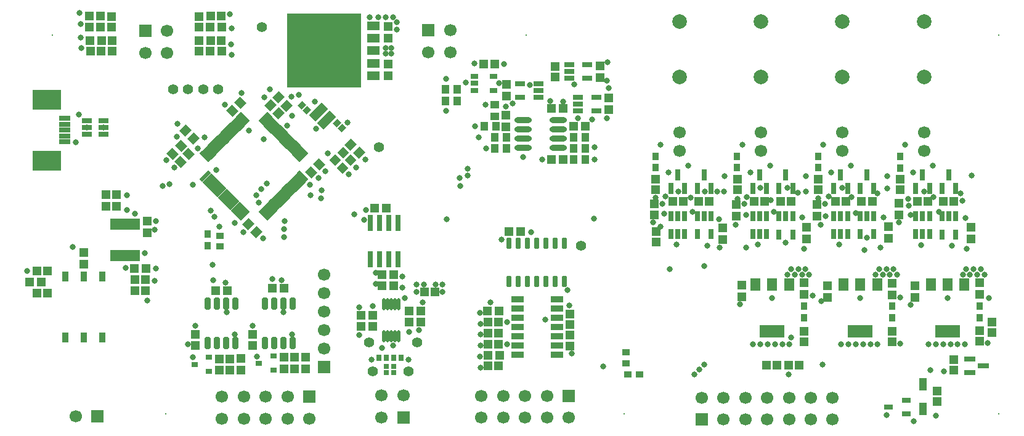
<source format=gts>
G04*
G04 #@! TF.GenerationSoftware,Altium Limited,Altium Designer,22.0.2 (36)*
G04*
G04 Layer_Color=8388736*
%FSLAX25Y25*%
%MOIN*%
G70*
G04*
G04 #@! TF.SameCoordinates,341058C5-BC88-46A7-A5D1-CF329328C8C1*
G04*
G04*
G04 #@! TF.FilePolarity,Negative*
G04*
G01*
G75*
G04:AMPARAMS|DCode=32|XSize=43.31mil|YSize=23.62mil|CornerRadius=2.01mil|HoleSize=0mil|Usage=FLASHONLY|Rotation=0.000|XOffset=0mil|YOffset=0mil|HoleType=Round|Shape=RoundedRectangle|*
%AMROUNDEDRECTD32*
21,1,0.04331,0.01961,0,0,0.0*
21,1,0.03929,0.02362,0,0,0.0*
1,1,0.00402,0.01965,-0.00980*
1,1,0.00402,-0.01965,-0.00980*
1,1,0.00402,-0.01965,0.00980*
1,1,0.00402,0.01965,0.00980*
%
%ADD32ROUNDEDRECTD32*%
%ADD35R,0.03740X0.03937*%
%ADD36R,0.03937X0.03740*%
%ADD49R,0.03543X0.03150*%
%ADD65R,0.04528X0.04528*%
%ADD66R,0.04528X0.04528*%
%ADD67R,0.05512X0.03150*%
%ADD68R,0.15748X0.10630*%
%ADD69R,0.06299X0.02756*%
%ADD70R,0.03150X0.03543*%
G04:AMPARAMS|DCode=71|XSize=47.24mil|YSize=45.28mil|CornerRadius=0mil|HoleSize=0mil|Usage=FLASHONLY|Rotation=225.000|XOffset=0mil|YOffset=0mil|HoleType=Round|Shape=Rectangle|*
%AMROTATEDRECTD71*
4,1,4,0.00070,0.03271,0.03271,0.00070,-0.00070,-0.03271,-0.03271,-0.00070,0.00070,0.03271,0.0*
%
%ADD71ROTATEDRECTD71*%

%ADD72C,0.05512*%
%ADD73R,0.05709X0.03150*%
%ADD74R,0.05512X0.03150*%
%ADD75O,0.09449X0.03150*%
%ADD76R,0.03937X0.04528*%
%ADD77R,0.04528X0.03937*%
%ADD78R,0.04528X0.04724*%
%ADD79R,0.04724X0.04528*%
%ADD80R,0.06693X0.05000*%
%ADD81R,0.40158X0.40158*%
%ADD82R,0.03150X0.05512*%
%ADD83P,0.06403X4X270.0*%
%ADD84O,0.01968X0.06496*%
%ADD85R,0.01887X0.06287*%
%ADD86P,0.06681X4X180.0*%
G04:AMPARAMS|DCode=87|XSize=31.5mil|YSize=35.43mil|CornerRadius=0mil|HoleSize=0mil|Usage=FLASHONLY|Rotation=135.000|XOffset=0mil|YOffset=0mil|HoleType=Round|Shape=Rectangle|*
%AMROTATEDRECTD87*
4,1,4,0.02366,0.00139,-0.00139,-0.02366,-0.02366,-0.00139,0.00139,0.02366,0.02366,0.00139,0.0*
%
%ADD87ROTATEDRECTD87*%

G04:AMPARAMS|DCode=88|XSize=47.24mil|YSize=45.28mil|CornerRadius=0mil|HoleSize=0mil|Usage=FLASHONLY|Rotation=135.000|XOffset=0mil|YOffset=0mil|HoleType=Round|Shape=Rectangle|*
%AMROTATEDRECTD88*
4,1,4,0.03271,-0.00070,0.00070,-0.03271,-0.03271,0.00070,-0.00070,0.03271,0.03271,-0.00070,0.0*
%
%ADD88ROTATEDRECTD88*%

%ADD89R,0.04331X0.03543*%
G04:AMPARAMS|DCode=90|XSize=31.5mil|YSize=64.96mil|CornerRadius=5.95mil|HoleSize=0mil|Usage=FLASHONLY|Rotation=0.000|XOffset=0mil|YOffset=0mil|HoleType=Round|Shape=RoundedRectangle|*
%AMROUNDEDRECTD90*
21,1,0.03150,0.05307,0,0,0.0*
21,1,0.01961,0.06496,0,0,0.0*
1,1,0.01189,0.00980,-0.02653*
1,1,0.01189,-0.00980,-0.02653*
1,1,0.01189,-0.00980,0.02653*
1,1,0.01189,0.00980,0.02653*
%
%ADD90ROUNDEDRECTD90*%
G04:AMPARAMS|DCode=91|XSize=66.93mil|YSize=19.68mil|CornerRadius=0mil|HoleSize=0mil|Usage=FLASHONLY|Rotation=135.000|XOffset=0mil|YOffset=0mil|HoleType=Round|Shape=Rectangle|*
%AMROTATEDRECTD91*
4,1,4,0.03062,-0.01670,0.01670,-0.03062,-0.03062,0.01670,-0.01670,0.03062,0.03062,-0.01670,0.0*
%
%ADD91ROTATEDRECTD91*%

G04:AMPARAMS|DCode=92|XSize=66.93mil|YSize=19.68mil|CornerRadius=0mil|HoleSize=0mil|Usage=FLASHONLY|Rotation=45.000|XOffset=0mil|YOffset=0mil|HoleType=Round|Shape=Rectangle|*
%AMROTATEDRECTD92*
4,1,4,-0.01670,-0.03062,-0.03062,-0.01670,0.01670,0.03062,0.03062,0.01670,-0.01670,-0.03062,0.0*
%
%ADD92ROTATEDRECTD92*%

%ADD93R,0.03780X0.05787*%
%ADD94R,0.13780X0.07087*%
%ADD95R,0.05512X0.07087*%
%ADD96R,0.02887X0.08587*%
%ADD97R,0.02953X0.02953*%
G04:AMPARAMS|DCode=98|XSize=29.53mil|YSize=57.09mil|CornerRadius=5.89mil|HoleSize=0mil|Usage=FLASHONLY|Rotation=180.000|XOffset=0mil|YOffset=0mil|HoleType=Round|Shape=RoundedRectangle|*
%AMROUNDEDRECTD98*
21,1,0.02953,0.04532,0,0,180.0*
21,1,0.01776,0.05709,0,0,180.0*
1,1,0.01177,-0.00888,0.02266*
1,1,0.01177,0.00888,0.02266*
1,1,0.01177,0.00888,-0.02266*
1,1,0.01177,-0.00888,-0.02266*
%
%ADD98ROUNDEDRECTD98*%
%ADD99R,0.06791X0.03347*%
%ADD100R,0.06299X0.03150*%
%ADD101R,0.03150X0.05709*%
%ADD102R,0.03150X0.06299*%
%ADD103R,0.04724X0.03150*%
%ADD104R,0.04134X0.07087*%
%ADD105C,0.06693*%
%ADD106C,0.07874*%
%ADD107R,0.06693X0.06693*%
%ADD108R,0.06693X0.06693*%
%ADD109C,0.00787*%
%ADD110C,0.03150*%
D32*
X255906Y198228D02*
D03*
Y190748D02*
D03*
X245669D02*
D03*
Y194488D02*
D03*
Y198228D02*
D03*
D35*
X101378Y112894D02*
D03*
X101378Y106595D02*
D03*
X471850Y67619D02*
D03*
Y73918D02*
D03*
X424213Y73917D02*
D03*
Y67618D02*
D03*
X519095Y67618D02*
D03*
Y73917D02*
D03*
X387894Y148814D02*
D03*
Y155114D02*
D03*
X476083Y148721D02*
D03*
Y155020D02*
D03*
X343701Y148819D02*
D03*
Y155118D02*
D03*
X431791Y148819D02*
D03*
Y155118D02*
D03*
D36*
X328839Y36811D02*
D03*
X335138D02*
D03*
D49*
X94291Y42421D02*
D03*
X102165Y46161D02*
D03*
Y38681D02*
D03*
X137008Y39370D02*
D03*
Y46850D02*
D03*
X129134Y43110D02*
D03*
D65*
X431791Y137008D02*
D03*
Y142717D02*
D03*
X343799Y136909D02*
D03*
Y142618D02*
D03*
X476083Y136909D02*
D03*
Y142618D02*
D03*
X387992Y137008D02*
D03*
Y142717D02*
D03*
X495965Y22343D02*
D03*
Y28051D02*
D03*
X525787Y65256D02*
D03*
Y59547D02*
D03*
X504921Y45030D02*
D03*
Y39321D02*
D03*
X344193Y114272D02*
D03*
Y108563D02*
D03*
X289370Y203642D02*
D03*
Y197933D02*
D03*
X49850Y217616D02*
D03*
Y211907D02*
D03*
X49456Y224899D02*
D03*
Y230608D02*
D03*
X96850Y217616D02*
D03*
Y211907D02*
D03*
Y224899D02*
D03*
Y230608D02*
D03*
X94882Y58465D02*
D03*
Y52756D02*
D03*
X125886Y58465D02*
D03*
Y52756D02*
D03*
X471752Y54626D02*
D03*
Y60335D02*
D03*
X424114Y54626D02*
D03*
Y60335D02*
D03*
X519095Y54823D02*
D03*
Y60532D02*
D03*
X297539Y63875D02*
D03*
Y69584D02*
D03*
Y52458D02*
D03*
Y58166D02*
D03*
D66*
X403642Y42028D02*
D03*
X409350D02*
D03*
X415650D02*
D03*
X421358D02*
D03*
X8957Y92913D02*
D03*
X14665D02*
D03*
X113484Y39272D02*
D03*
X107775D02*
D03*
X113484Y45374D02*
D03*
X107775D02*
D03*
X224410Y81693D02*
D03*
X218701D02*
D03*
X46457Y128051D02*
D03*
X52165D02*
D03*
X142618Y46161D02*
D03*
X148327D02*
D03*
X142618Y40059D02*
D03*
X148327Y40059D02*
D03*
X62008Y88287D02*
D03*
X67716D02*
D03*
Y82185D02*
D03*
X62008D02*
D03*
X14665Y80905D02*
D03*
X8957D02*
D03*
X52165Y134153D02*
D03*
X46457D02*
D03*
X103005Y230903D02*
D03*
X108713D02*
D03*
X43255Y224801D02*
D03*
X37547D02*
D03*
X43649Y211809D02*
D03*
X37940D02*
D03*
X103005Y217714D02*
D03*
X108713D02*
D03*
X455217Y130709D02*
D03*
X460925D02*
D03*
X367126Y130709D02*
D03*
X372835D02*
D03*
X499508Y130610D02*
D03*
X505217D02*
D03*
X411319Y130704D02*
D03*
X417028D02*
D03*
X441043Y130709D02*
D03*
X446752D02*
D03*
X352953Y130709D02*
D03*
X358661D02*
D03*
X485335Y130610D02*
D03*
X491043D02*
D03*
X397146Y130704D02*
D03*
X402854D02*
D03*
X253150Y59249D02*
D03*
X258858D02*
D03*
X253150Y53344D02*
D03*
X258858D02*
D03*
X253150Y65155D02*
D03*
X258858D02*
D03*
X253150Y41532D02*
D03*
X258858D02*
D03*
D67*
X44980Y174409D02*
D03*
X35925D02*
D03*
Y170669D02*
D03*
X35925Y166929D02*
D03*
X44980Y170669D02*
D03*
Y166929D02*
D03*
D68*
X14569Y185775D02*
D03*
Y152704D02*
D03*
D69*
X24018Y162940D02*
D03*
Y166090D02*
D03*
Y169239D02*
D03*
Y172389D02*
D03*
Y175539D02*
D03*
D70*
X198130Y46063D02*
D03*
X194193D02*
D03*
X202067D02*
D03*
X206004D02*
D03*
D71*
X127756Y113976D02*
D03*
X123302Y118431D02*
D03*
X89370Y168969D02*
D03*
X93824Y164515D02*
D03*
X183293Y156865D02*
D03*
X178839Y161319D02*
D03*
X144065Y182433D02*
D03*
X139611Y186887D02*
D03*
X139820Y178188D02*
D03*
X135366Y182642D02*
D03*
D72*
X130610Y225000D02*
D03*
X107087Y191240D02*
D03*
X82677D02*
D03*
X90814D02*
D03*
X98950D02*
D03*
X193996Y159941D02*
D03*
X188681Y54429D02*
D03*
X210039Y38681D02*
D03*
X190847D02*
D03*
X214862Y54429D02*
D03*
X303445Y106595D02*
D03*
D73*
X301771Y187106D02*
D03*
Y183366D02*
D03*
Y179626D02*
D03*
X311614D02*
D03*
Y187106D02*
D03*
D74*
X296949Y204626D02*
D03*
Y200886D02*
D03*
Y197146D02*
D03*
X306791D02*
D03*
Y204626D02*
D03*
X280315Y186909D02*
D03*
Y190650D02*
D03*
Y194390D02*
D03*
X270472D02*
D03*
Y186909D02*
D03*
D75*
X291043Y159528D02*
D03*
Y164528D02*
D03*
Y169528D02*
D03*
Y174528D02*
D03*
X272145Y159528D02*
D03*
Y164528D02*
D03*
Y169528D02*
D03*
Y174528D02*
D03*
D76*
X305709Y153150D02*
D03*
X299409D02*
D03*
X299409Y159153D02*
D03*
X305709D02*
D03*
X305709Y165157D02*
D03*
X299409D02*
D03*
X256890D02*
D03*
X263189D02*
D03*
X230118Y185039D02*
D03*
X236417D02*
D03*
X230118Y191437D02*
D03*
X236417D02*
D03*
X263189Y159153D02*
D03*
X256890D02*
D03*
X257283Y171161D02*
D03*
X250984D02*
D03*
D77*
X256791Y183071D02*
D03*
Y176772D02*
D03*
D78*
X293602Y153150D02*
D03*
X287303D02*
D03*
X299409Y171161D02*
D03*
X305709D02*
D03*
X293602Y180807D02*
D03*
X287302D02*
D03*
X250591Y205118D02*
D03*
X256890D02*
D03*
X190748Y62795D02*
D03*
X184449D02*
D03*
X210531Y65453D02*
D03*
X216831D02*
D03*
X210531Y71457D02*
D03*
X216831D02*
D03*
X197933Y127067D02*
D03*
X191634D02*
D03*
X43944Y217714D02*
D03*
X37645D02*
D03*
X43550Y230903D02*
D03*
X37251D02*
D03*
X102709Y211809D02*
D03*
X109009Y211809D02*
D03*
X102709Y224801D02*
D03*
X109009Y224801D02*
D03*
X111909Y82284D02*
D03*
X105610D02*
D03*
X142618Y83661D02*
D03*
X136319D02*
D03*
X253051Y47441D02*
D03*
X259350D02*
D03*
X61713Y94390D02*
D03*
X68012D02*
D03*
X11417Y86910D02*
D03*
X5118D02*
D03*
X259154Y71161D02*
D03*
X252854D02*
D03*
X195866Y90945D02*
D03*
X202165D02*
D03*
X195866Y84842D02*
D03*
X202165D02*
D03*
X190748Y68799D02*
D03*
X184449D02*
D03*
X270768Y114367D02*
D03*
X264469D02*
D03*
D79*
X318504Y186516D02*
D03*
Y180217D02*
D03*
X263090Y187500D02*
D03*
Y193799D02*
D03*
X313681Y204035D02*
D03*
Y197736D02*
D03*
X262795Y170866D02*
D03*
Y177165D02*
D03*
X199016Y218996D02*
D03*
Y225295D02*
D03*
Y205020D02*
D03*
Y198721D02*
D03*
X425492Y116732D02*
D03*
Y110433D02*
D03*
X469587Y116831D02*
D03*
Y110531D02*
D03*
X34252Y102953D02*
D03*
Y96653D02*
D03*
X119488Y39272D02*
D03*
Y45571D02*
D03*
X154331Y39961D02*
D03*
Y46260D02*
D03*
X68799Y119882D02*
D03*
Y113583D02*
D03*
X471654Y80020D02*
D03*
Y86319D02*
D03*
X436894Y78756D02*
D03*
Y85055D02*
D03*
X424213Y80216D02*
D03*
Y86516D02*
D03*
X390256Y79035D02*
D03*
Y85335D02*
D03*
X518996Y80216D02*
D03*
Y86516D02*
D03*
X484138Y78756D02*
D03*
Y85055D02*
D03*
X431201Y128839D02*
D03*
Y122539D02*
D03*
X343209Y129429D02*
D03*
Y123130D02*
D03*
X475295Y129626D02*
D03*
Y123327D02*
D03*
X387303Y129035D02*
D03*
Y122736D02*
D03*
X380217Y109843D02*
D03*
Y116142D02*
D03*
X514567Y110335D02*
D03*
Y116634D02*
D03*
D80*
X191043Y205394D02*
D03*
Y198622D02*
D03*
Y212165D02*
D03*
X191043Y218937D02*
D03*
Y225709D02*
D03*
D81*
X164272Y212165D02*
D03*
D82*
X352067Y122736D02*
D03*
X355807D02*
D03*
X359547D02*
D03*
Y112894D02*
D03*
X355807D02*
D03*
X352067D02*
D03*
X396260Y122732D02*
D03*
X400000D02*
D03*
X403740D02*
D03*
Y112889D02*
D03*
X400000D02*
D03*
X396260D02*
D03*
X484449Y122638D02*
D03*
X488189D02*
D03*
X491929D02*
D03*
Y112795D02*
D03*
X488189D02*
D03*
X484449D02*
D03*
X440158Y122736D02*
D03*
X443898D02*
D03*
X447638D02*
D03*
Y112894D02*
D03*
X443898D02*
D03*
X440158D02*
D03*
D83*
X174453Y148775D02*
D03*
X170417Y152812D02*
D03*
X178692Y153001D02*
D03*
X174655Y157038D02*
D03*
D84*
X204626Y74902D02*
D03*
X202658D02*
D03*
X200689D02*
D03*
X198721D02*
D03*
X196752D02*
D03*
X204626Y57579D02*
D03*
X202658D02*
D03*
X200689D02*
D03*
X198721D02*
D03*
X196752D02*
D03*
D85*
X49896Y101144D02*
D03*
X51866D02*
D03*
X53836D02*
D03*
X55806D02*
D03*
X57776D02*
D03*
X59746D02*
D03*
X61716D02*
D03*
X63686D02*
D03*
Y118344D02*
D03*
X61716D02*
D03*
X59746D02*
D03*
X57776D02*
D03*
X55806D02*
D03*
X53836D02*
D03*
X51866D02*
D03*
X49896D02*
D03*
D86*
X167520Y176378D02*
D03*
X164040Y172898D02*
D03*
X163205Y180693D02*
D03*
X159725Y177213D02*
D03*
D87*
X155146Y179893D02*
D03*
X152362Y182677D02*
D03*
X174114Y170177D02*
D03*
X171330Y172961D02*
D03*
D88*
X86976Y160617D02*
D03*
X82522Y156163D02*
D03*
X91221Y156372D02*
D03*
X86767Y151918D02*
D03*
X114626Y179579D02*
D03*
X119080Y184034D02*
D03*
X157289Y146242D02*
D03*
X161743Y150697D02*
D03*
D89*
X107972Y106201D02*
D03*
Y112106D02*
D03*
X327756Y49016D02*
D03*
Y43110D02*
D03*
D90*
X101358Y53839D02*
D03*
X106358D02*
D03*
X111358D02*
D03*
X116358D02*
D03*
X101358Y75295D02*
D03*
X106358D02*
D03*
X111358D02*
D03*
X116358D02*
D03*
X132264Y53839D02*
D03*
X137264D02*
D03*
X142264D02*
D03*
X147264D02*
D03*
X132264Y75295D02*
D03*
X137264D02*
D03*
X142264D02*
D03*
X147264D02*
D03*
D91*
X152831Y144146D02*
D03*
X151439Y142754D02*
D03*
X150047Y141362D02*
D03*
X148655Y139970D02*
D03*
X147263Y138578D02*
D03*
X145871Y137186D02*
D03*
X144479Y135794D02*
D03*
X143087Y134403D02*
D03*
X141695Y133011D02*
D03*
X140304Y131619D02*
D03*
X138912Y130227D02*
D03*
X137520Y128835D02*
D03*
X136128Y127443D02*
D03*
X134736Y126051D02*
D03*
X133344Y124659D02*
D03*
X131952Y123267D02*
D03*
X100216Y155003D02*
D03*
X101608Y156395D02*
D03*
X102999Y157787D02*
D03*
X104391Y159179D02*
D03*
X105783Y160571D02*
D03*
X107175Y161963D02*
D03*
X108567Y163355D02*
D03*
X109959Y164747D02*
D03*
X111351Y166139D02*
D03*
X112743Y167531D02*
D03*
X114135Y168923D02*
D03*
X115527Y170315D02*
D03*
X116919Y171707D02*
D03*
X118311Y173099D02*
D03*
X119703Y174490D02*
D03*
X121095Y175882D02*
D03*
D92*
Y123267D02*
D03*
X119703Y124659D02*
D03*
X118311Y126051D02*
D03*
X116919Y127443D02*
D03*
X115527Y128835D02*
D03*
X114135Y130227D02*
D03*
X112743Y131619D02*
D03*
X111351Y133011D02*
D03*
X109959Y134403D02*
D03*
X108567Y135794D02*
D03*
X107175Y137186D02*
D03*
X105783Y138578D02*
D03*
X104391Y139970D02*
D03*
X102999Y141362D02*
D03*
X101608Y142754D02*
D03*
X100216Y144146D02*
D03*
X131952Y175882D02*
D03*
X133344Y174490D02*
D03*
X134736Y173099D02*
D03*
X136128Y171707D02*
D03*
X137520Y170315D02*
D03*
X138912Y168923D02*
D03*
X140304Y167531D02*
D03*
X141695Y166139D02*
D03*
X143087Y164747D02*
D03*
X144479Y163355D02*
D03*
X145871Y161963D02*
D03*
X147263Y160571D02*
D03*
X148655Y159179D02*
D03*
X150047Y157787D02*
D03*
X151439Y156395D02*
D03*
X152831Y155003D02*
D03*
D93*
X24252Y56890D02*
D03*
X34252D02*
D03*
X44252D02*
D03*
X24252Y89882D02*
D03*
X34252D02*
D03*
X44252D02*
D03*
D94*
X454528Y60433D02*
D03*
X406890D02*
D03*
X501772D02*
D03*
D95*
X454528Y85630D02*
D03*
X445472D02*
D03*
X463583D02*
D03*
X415945D02*
D03*
X397835D02*
D03*
X406890D02*
D03*
X501772D02*
D03*
X492717D02*
D03*
X510827D02*
D03*
D96*
X204449Y99454D02*
D03*
X199449D02*
D03*
X194449D02*
D03*
X189449D02*
D03*
Y118853D02*
D03*
X194449D02*
D03*
X199449D02*
D03*
X204449D02*
D03*
D97*
X202067Y37795D02*
D03*
Y41339D02*
D03*
X198228Y37795D02*
D03*
Y41339D02*
D03*
D98*
X264390Y87202D02*
D03*
X269390D02*
D03*
X274390D02*
D03*
X279390D02*
D03*
X284390D02*
D03*
X289390D02*
D03*
X294390D02*
D03*
X264390Y107871D02*
D03*
X269390D02*
D03*
X274390D02*
D03*
X279390D02*
D03*
X284390D02*
D03*
X289390D02*
D03*
X294390D02*
D03*
D99*
X290500Y77792D02*
D03*
Y72792D02*
D03*
Y67792D02*
D03*
Y62792D02*
D03*
Y57792D02*
D03*
Y52792D02*
D03*
Y47792D02*
D03*
X269146D02*
D03*
Y52792D02*
D03*
Y57792D02*
D03*
Y62792D02*
D03*
Y67792D02*
D03*
Y72792D02*
D03*
Y77792D02*
D03*
D100*
X513681Y45374D02*
D03*
Y37894D02*
D03*
X521161Y41634D02*
D03*
D101*
X417913Y122633D02*
D03*
X414173D02*
D03*
X410433D02*
D03*
Y112791D02*
D03*
X417913D02*
D03*
X506102Y122539D02*
D03*
X502362D02*
D03*
X498622D02*
D03*
Y112697D02*
D03*
X506102D02*
D03*
X373721Y122638D02*
D03*
X369980D02*
D03*
X366240D02*
D03*
Y112795D02*
D03*
X373721D02*
D03*
X461811Y122638D02*
D03*
X458071D02*
D03*
X454331D02*
D03*
Y112795D02*
D03*
X461811D02*
D03*
D102*
X396260Y137594D02*
D03*
X403740D02*
D03*
X400000Y145074D02*
D03*
X410433Y137594D02*
D03*
X417913D02*
D03*
X414173Y145074D02*
D03*
X366240Y137598D02*
D03*
X373721D02*
D03*
X369980Y145079D02*
D03*
X484449Y137500D02*
D03*
X491929D02*
D03*
X488189Y144980D02*
D03*
X498622Y137500D02*
D03*
X506102D02*
D03*
X502362Y144980D02*
D03*
X352067Y137598D02*
D03*
X359547D02*
D03*
X355807Y145079D02*
D03*
X440158Y137598D02*
D03*
X447638D02*
D03*
X443898Y145079D02*
D03*
X454331Y137598D02*
D03*
X461811D02*
D03*
X458071Y145079D02*
D03*
D103*
X469882Y19291D02*
D03*
X479331Y23051D02*
D03*
Y15531D02*
D03*
D104*
X488386Y31791D02*
D03*
Y18406D02*
D03*
D105*
X444685Y168032D02*
D03*
Y158031D02*
D03*
X232677Y211417D02*
D03*
X220866D02*
D03*
X232677Y223228D02*
D03*
X404134Y12598D02*
D03*
Y24409D02*
D03*
X439567D02*
D03*
Y12598D02*
D03*
X427756Y24409D02*
D03*
Y12598D02*
D03*
X415945Y24409D02*
D03*
Y12598D02*
D03*
X392323Y24409D02*
D03*
Y12598D02*
D03*
X380512Y24409D02*
D03*
Y12598D02*
D03*
X368701Y24409D02*
D03*
X164370Y51024D02*
D03*
Y61024D02*
D03*
Y71024D02*
D03*
Y81024D02*
D03*
Y91024D02*
D03*
X79527Y211024D02*
D03*
X67716D02*
D03*
X79527Y222835D02*
D03*
X29921Y14173D02*
D03*
X195473Y13780D02*
D03*
X207283Y25591D02*
D03*
X195473D02*
D03*
X296752Y13580D02*
D03*
X284941Y25391D02*
D03*
Y13580D02*
D03*
X273130Y25391D02*
D03*
Y13580D02*
D03*
X261319Y25391D02*
D03*
Y13580D02*
D03*
X249508Y25391D02*
D03*
Y13580D02*
D03*
X400787Y168027D02*
D03*
Y158027D02*
D03*
X488976Y167933D02*
D03*
Y157933D02*
D03*
X356594Y168032D02*
D03*
Y158031D02*
D03*
X109153Y13088D02*
D03*
Y24899D02*
D03*
X120965Y13088D02*
D03*
Y24899D02*
D03*
X132776Y13088D02*
D03*
Y24899D02*
D03*
X144587Y13088D02*
D03*
Y24899D02*
D03*
X156398Y13088D02*
D03*
D106*
X444685Y198031D02*
D03*
Y228031D02*
D03*
X400787Y228027D02*
D03*
X356594Y198031D02*
D03*
X400787Y198027D02*
D03*
X488976Y197933D02*
D03*
Y227933D02*
D03*
X356594Y228031D02*
D03*
D107*
X220866Y223228D02*
D03*
X164370Y41024D02*
D03*
X67716Y222835D02*
D03*
X41732Y14173D02*
D03*
X207283Y13780D02*
D03*
D108*
X368701Y12598D02*
D03*
X296752Y25391D02*
D03*
X156398Y24899D02*
D03*
D109*
X17325Y220472D02*
D03*
X78642Y15650D02*
D03*
X326673D02*
D03*
X529429Y15748D02*
D03*
X273622Y220472D02*
D03*
X529528D02*
D03*
D110*
X415846Y37008D02*
D03*
X188681Y54429D02*
D03*
X28445Y105905D02*
D03*
X3839Y92815D02*
D03*
X105118Y122343D02*
D03*
X103150Y125591D02*
D03*
X80610Y139961D02*
D03*
X76968Y139075D02*
D03*
X44980Y170669D02*
D03*
X35925D02*
D03*
X30118Y162697D02*
D03*
X31791Y177559D02*
D03*
X433071Y118110D02*
D03*
X463583Y134843D02*
D03*
X444882Y137795D02*
D03*
X449803Y132874D02*
D03*
X451968Y124409D02*
D03*
X497047Y125000D02*
D03*
X514764Y144685D02*
D03*
X508858Y134843D02*
D03*
X509842Y130905D02*
D03*
X489173Y135827D02*
D03*
X494095Y132874D02*
D03*
X480315Y131890D02*
D03*
X426862Y91035D02*
D03*
X474500D02*
D03*
X472532Y93988D02*
D03*
X464657D02*
D03*
X386910Y118012D02*
D03*
X420866Y135335D02*
D03*
X120820Y114124D02*
D03*
X131375Y110775D02*
D03*
X136319Y88583D02*
D03*
X141535Y88090D02*
D03*
X150591Y188189D02*
D03*
X146752Y187303D02*
D03*
X135039Y191437D02*
D03*
X132185Y187106D02*
D03*
X119685Y189370D02*
D03*
X83563Y148819D02*
D03*
X79232Y153051D02*
D03*
X85138Y172539D02*
D03*
X115945Y118996D02*
D03*
X159252Y184744D02*
D03*
X96063Y159252D02*
D03*
X123721Y168996D02*
D03*
X193996Y159941D02*
D03*
X166339Y156791D02*
D03*
X104232Y96161D02*
D03*
X62205Y124016D02*
D03*
X57776Y125984D02*
D03*
X146949Y176969D02*
D03*
X318504Y192028D02*
D03*
X301771Y175664D02*
D03*
X293602Y184557D02*
D03*
X286614Y185039D02*
D03*
X309252Y174803D02*
D03*
X317519Y196063D02*
D03*
X299803Y193898D02*
D03*
X317815Y205906D02*
D03*
X317421Y175591D02*
D03*
X310630Y160039D02*
D03*
X262795Y182086D02*
D03*
X266535Y183563D02*
D03*
X275590Y193701D02*
D03*
X259153Y194685D02*
D03*
X261811Y205118D02*
D03*
X251969Y159153D02*
D03*
X245866Y205413D02*
D03*
X251870Y183071D02*
D03*
X248031Y165354D02*
D03*
X246063Y171161D02*
D03*
X241142Y194882D02*
D03*
X230315Y196850D02*
D03*
X230315Y179626D02*
D03*
X282382Y153150D02*
D03*
X310630D02*
D03*
X272145Y154606D02*
D03*
X171260Y220472D02*
D03*
X179134Y212598D02*
D03*
X171260Y204724D02*
D03*
X163386Y212598D02*
D03*
X155512Y204724D02*
D03*
X163386Y196850D02*
D03*
X155512Y220472D02*
D03*
X147638Y228346D02*
D03*
Y196850D02*
D03*
X179134D02*
D03*
X147638Y212598D02*
D03*
X163386Y228346D02*
D03*
X179134D02*
D03*
X200787Y210630D02*
D03*
Y213583D02*
D03*
X197835D02*
D03*
Y210630D02*
D03*
X188976Y230433D02*
D03*
X193898D02*
D03*
X197835D02*
D03*
X201772D02*
D03*
X203740Y227480D02*
D03*
X203740Y223543D02*
D03*
X315256Y41437D02*
D03*
X129134Y130118D02*
D03*
X133465Y140354D02*
D03*
X130512Y137303D02*
D03*
X127629Y134055D02*
D03*
X242126Y148425D02*
D03*
X351378Y93996D02*
D03*
X349213Y133169D02*
D03*
X241975Y144632D02*
D03*
X437303Y133169D02*
D03*
X237894Y143307D02*
D03*
X393110Y132870D02*
D03*
X238189Y138878D02*
D03*
X392618Y105512D02*
D03*
X370177Y95571D02*
D03*
X180807Y123631D02*
D03*
X348524Y123819D02*
D03*
X310433Y121161D02*
D03*
X369980Y42224D02*
D03*
X367431Y39675D02*
D03*
X364871Y37115D02*
D03*
X414173Y108268D02*
D03*
X361417Y150000D02*
D03*
X405610Y149996D02*
D03*
X449508Y150000D02*
D03*
X493602Y150000D02*
D03*
X480610Y128248D02*
D03*
X511909Y105118D02*
D03*
X481791Y123130D02*
D03*
X431890Y132333D02*
D03*
X406004Y131398D02*
D03*
X415158Y137894D02*
D03*
X400295Y137795D02*
D03*
X380610Y136122D02*
D03*
X425098Y135925D02*
D03*
X469193Y137598D02*
D03*
X230709Y120866D02*
D03*
X342421Y119193D02*
D03*
X346457Y116929D02*
D03*
X392717Y123228D02*
D03*
X475345Y119144D02*
D03*
X435630Y122638D02*
D03*
X142618Y111221D02*
D03*
X142815Y115551D02*
D03*
X143012Y120079D02*
D03*
X186707Y153450D02*
D03*
X177868Y145361D02*
D03*
X181761Y148849D02*
D03*
X161516Y143405D02*
D03*
X165157Y147047D02*
D03*
X423228Y121846D02*
D03*
X424016Y105118D02*
D03*
X467126Y121850D02*
D03*
X465551Y105512D02*
D03*
X380906Y144291D02*
D03*
X425098Y144287D02*
D03*
X468996Y144291D02*
D03*
X387992Y132087D02*
D03*
X343799Y132579D02*
D03*
X192323Y91929D02*
D03*
Y85827D02*
D03*
X99902Y165157D02*
D03*
X157185Y134055D02*
D03*
X144390Y171555D02*
D03*
X131791Y164370D02*
D03*
X163091Y136713D02*
D03*
X162809Y132298D02*
D03*
X195866Y51181D02*
D03*
X224606Y85630D02*
D03*
X228543D02*
D03*
Y81693D02*
D03*
X214567D02*
D03*
Y85630D02*
D03*
X218504D02*
D03*
X187106Y126083D02*
D03*
X210531Y59941D02*
D03*
X189961Y45079D02*
D03*
X210236D02*
D03*
X215846Y60925D02*
D03*
X217815Y75984D02*
D03*
X206693Y89961D02*
D03*
Y83858D02*
D03*
X183465Y58268D02*
D03*
X183465Y73327D02*
D03*
X190748Y73819D02*
D03*
X208169Y78248D02*
D03*
X201772Y52658D02*
D03*
X104429Y87795D02*
D03*
X107579Y116929D02*
D03*
X110894Y182910D02*
D03*
X176906Y173358D02*
D03*
X160039Y170079D02*
D03*
X156595Y139567D02*
D03*
X106201Y147539D02*
D03*
X84744Y165650D02*
D03*
X90847Y53347D02*
D03*
X93307Y139665D02*
D03*
X110925Y86516D02*
D03*
X142559Y70472D02*
D03*
X111653D02*
D03*
X116063Y58661D02*
D03*
X146968D02*
D03*
X125591Y63287D02*
D03*
X128150Y46752D02*
D03*
X93504Y46358D02*
D03*
X94587Y63287D02*
D03*
X154331Y39961D02*
D03*
X119488Y39272D02*
D03*
X248622Y70374D02*
D03*
X67323Y102559D02*
D03*
X68602Y76870D02*
D03*
X73327Y94193D02*
D03*
X72835Y87598D02*
D03*
X57087Y94784D02*
D03*
X57776Y133957D02*
D03*
X73327Y119980D02*
D03*
X72786Y115354D02*
D03*
X114521Y209842D02*
D03*
X114226Y215748D02*
D03*
X113325Y231988D02*
D03*
X114469Y224410D02*
D03*
X33095Y213480D02*
D03*
X32603Y219386D02*
D03*
X32702Y226472D02*
D03*
X32210Y232575D02*
D03*
X481595Y74508D02*
D03*
X509933Y91035D02*
D03*
X491429Y53240D02*
D03*
X495366D02*
D03*
X499303D02*
D03*
X503240D02*
D03*
X507177D02*
D03*
X511114D02*
D03*
X523327Y53937D02*
D03*
X501772Y78150D02*
D03*
X524016Y78347D02*
D03*
X521744Y91035D02*
D03*
X513870D02*
D03*
X517807D02*
D03*
X519776Y93988D02*
D03*
X511902D02*
D03*
X515839D02*
D03*
X424894D02*
D03*
X389370Y74803D02*
D03*
X396547Y53240D02*
D03*
X400484D02*
D03*
X416232D02*
D03*
X408358D02*
D03*
X404421D02*
D03*
X412295D02*
D03*
X417028Y56890D02*
D03*
X428642Y79528D02*
D03*
X418988Y91035D02*
D03*
X422925D02*
D03*
X415051D02*
D03*
X406890Y78150D02*
D03*
X417020Y93988D02*
D03*
X420957D02*
D03*
X454528Y78150D02*
D03*
X378445Y105610D02*
D03*
X475984Y53740D02*
D03*
X433268Y76772D02*
D03*
X476181Y78740D02*
D03*
X186024Y120571D02*
D03*
X495276Y14567D02*
D03*
X456693Y104429D02*
D03*
X433957Y42224D02*
D03*
X458071Y110925D02*
D03*
X511417Y121752D02*
D03*
X478839Y161319D02*
D03*
X487402Y107087D02*
D03*
X483169Y146161D02*
D03*
X504134Y106595D02*
D03*
X434547Y161417D02*
D03*
X443110Y107185D02*
D03*
X435532Y129331D02*
D03*
X438878Y146260D02*
D03*
X390650Y161413D02*
D03*
X399213Y107181D02*
D03*
X391634Y129326D02*
D03*
X394980Y146255D02*
D03*
X407874Y124996D02*
D03*
X371752Y106693D02*
D03*
X346457Y161417D02*
D03*
X492520Y39370D02*
D03*
X499606Y38583D02*
D03*
X468898Y14961D02*
D03*
X297008Y74162D02*
D03*
X298327Y48226D02*
D03*
X263277Y53344D02*
D03*
Y65155D02*
D03*
X248917Y52556D02*
D03*
Y40745D02*
D03*
X248721Y46651D02*
D03*
X276279Y113973D02*
D03*
X295938Y82504D02*
D03*
X254429Y75886D02*
D03*
X260531Y110037D02*
D03*
X283920Y66729D02*
D03*
X248917Y58462D02*
D03*
Y64367D02*
D03*
X483563Y11713D02*
D03*
X459933Y53240D02*
D03*
X463870D02*
D03*
X444185D02*
D03*
X448122D02*
D03*
X468595Y93988D02*
D03*
X470563Y91035D02*
D03*
X466626D02*
D03*
X462689D02*
D03*
X455996Y53240D02*
D03*
X452059D02*
D03*
X378051Y120866D02*
D03*
X347441Y129331D02*
D03*
X355020Y107185D02*
D03*
X370374Y136122D02*
D03*
X377067D02*
D03*
X356201Y135827D02*
D03*
X350787Y146260D02*
D03*
X362697Y132579D02*
D03*
X363681Y125000D02*
D03*
M02*

</source>
